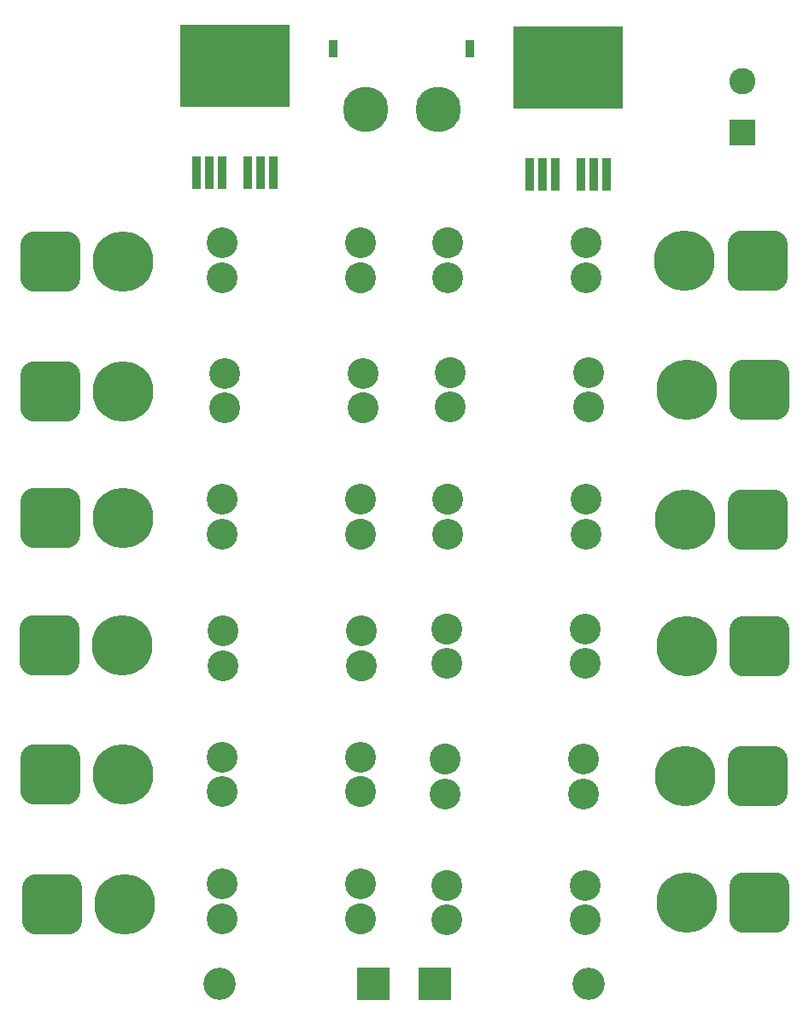
<source format=gbs>
G04 #@! TF.GenerationSoftware,KiCad,Pcbnew,6.0.4-6f826c9f35~116~ubuntu18.04.1*
G04 #@! TF.CreationDate,2022-05-26T09:15:53+08:00*
G04 #@! TF.ProjectId,Power_connector,506f7765-725f-4636-9f6e-6e6563746f72,rev?*
G04 #@! TF.SameCoordinates,Original*
G04 #@! TF.FileFunction,Soldermask,Bot*
G04 #@! TF.FilePolarity,Negative*
%FSLAX46Y46*%
G04 Gerber Fmt 4.6, Leading zero omitted, Abs format (unit mm)*
G04 Created by KiCad (PCBNEW 6.0.4-6f826c9f35~116~ubuntu18.04.1) date 2022-05-26 09:15:53*
%MOMM*%
%LPD*%
G01*
G04 APERTURE LIST*
G04 Aperture macros list*
%AMRoundRect*
0 Rectangle with rounded corners*
0 $1 Rounding radius*
0 $2 $3 $4 $5 $6 $7 $8 $9 X,Y pos of 4 corners*
0 Add a 4 corners polygon primitive as box body*
4,1,4,$2,$3,$4,$5,$6,$7,$8,$9,$2,$3,0*
0 Add four circle primitives for the rounded corners*
1,1,$1+$1,$2,$3*
1,1,$1+$1,$4,$5*
1,1,$1+$1,$6,$7*
1,1,$1+$1,$8,$9*
0 Add four rect primitives between the rounded corners*
20,1,$1+$1,$2,$3,$4,$5,0*
20,1,$1+$1,$4,$5,$6,$7,0*
20,1,$1+$1,$6,$7,$8,$9,0*
20,1,$1+$1,$8,$9,$2,$3,0*%
G04 Aperture macros list end*
%ADD10RoundRect,1.500000X1.500000X1.500000X-1.500000X1.500000X-1.500000X-1.500000X1.500000X-1.500000X0*%
%ADD11C,6.000000*%
%ADD12C,3.051988*%
%ADD13C,3.048000*%
%ADD14C,3.068258*%
%ADD15RoundRect,1.500000X-1.500000X-1.500000X1.500000X-1.500000X1.500000X1.500000X-1.500000X1.500000X0*%
%ADD16R,2.600000X2.600000*%
%ADD17C,2.600000*%
%ADD18R,3.200000X3.200000*%
%ADD19O,3.200000X3.200000*%
%ADD20R,0.900000X1.800000*%
%ADD21C,4.500000*%
%ADD22R,10.800080X8.150860*%
%ADD23R,0.899160X3.200400*%
G04 APERTURE END LIST*
D10*
X165303200Y-136269200D03*
D11*
X158103200Y-136269200D03*
D12*
X148082000Y-99744000D03*
D13*
X148082000Y-96344000D03*
D12*
X134366000Y-99744000D03*
D14*
X134366000Y-96344000D03*
D12*
X112268000Y-83820000D03*
D13*
X112268000Y-87220000D03*
D14*
X125984000Y-87220000D03*
D12*
X125984000Y-83820000D03*
D15*
X95028200Y-123569200D03*
D11*
X102228200Y-123569200D03*
D10*
X165303200Y-85469200D03*
D11*
X158103200Y-85469200D03*
D10*
X165303200Y-110869200D03*
D11*
X158103200Y-110869200D03*
D15*
X95028200Y-98169200D03*
D11*
X102228200Y-98169200D03*
D10*
X165144000Y-98298000D03*
D11*
X157944000Y-98298000D03*
D15*
X95028200Y-72769200D03*
D11*
X102228200Y-72769200D03*
D13*
X112090200Y-74344000D03*
D12*
X112090200Y-70944000D03*
X125806200Y-70944000D03*
D14*
X125806200Y-74344000D03*
D12*
X112141000Y-109376000D03*
D13*
X112141000Y-112776000D03*
D14*
X125857000Y-112776000D03*
D12*
X125857000Y-109376000D03*
D13*
X147828000Y-122076000D03*
D12*
X147828000Y-125476000D03*
X134112000Y-125476000D03*
D14*
X134112000Y-122076000D03*
D16*
X163576000Y-59944000D03*
D17*
X163576000Y-54864000D03*
D13*
X112090200Y-125269200D03*
D12*
X112090200Y-121869200D03*
X125806200Y-121869200D03*
D14*
X125806200Y-125269200D03*
D18*
X133096000Y-144272000D03*
D19*
X148336000Y-144272000D03*
D13*
X112014000Y-137844000D03*
D12*
X112014000Y-134444000D03*
X125730000Y-134444000D03*
D14*
X125730000Y-137844000D03*
D15*
X94996000Y-85598000D03*
D11*
X102196000Y-85598000D03*
D12*
X148082000Y-74344000D03*
D13*
X148082000Y-70944000D03*
D12*
X134366000Y-74344000D03*
D14*
X134366000Y-70944000D03*
D10*
X165144000Y-123698000D03*
D11*
X157944000Y-123698000D03*
D20*
X136598000Y-51675000D03*
X123098000Y-51675000D03*
D21*
X126248000Y-57675000D03*
X133448000Y-57675000D03*
D12*
X148031200Y-137969200D03*
D13*
X148031200Y-134569200D03*
D14*
X134315200Y-134569200D03*
D12*
X134315200Y-137969200D03*
X112090200Y-96344000D03*
D13*
X112090200Y-99744000D03*
D12*
X125806200Y-96344000D03*
D14*
X125806200Y-99744000D03*
D15*
X95206000Y-136398000D03*
D11*
X102406000Y-136398000D03*
D13*
X148403700Y-83769200D03*
D12*
X148403700Y-87169200D03*
D14*
X134687700Y-83769200D03*
D12*
X134687700Y-87169200D03*
D10*
X165100000Y-72644000D03*
D11*
X157900000Y-72644000D03*
D15*
X94952000Y-110744000D03*
D11*
X102152000Y-110744000D03*
D18*
X127000000Y-144272000D03*
D19*
X111760000Y-144272000D03*
D12*
X148031200Y-112569200D03*
D13*
X148031200Y-109169200D03*
D12*
X134315200Y-112569200D03*
D14*
X134315200Y-109169200D03*
D22*
X146304000Y-53535580D03*
D23*
X150114000Y-64137540D03*
X145034000Y-64137540D03*
X143764000Y-64137540D03*
X142494000Y-64137540D03*
X148844000Y-64137540D03*
X147574000Y-64137540D03*
D22*
X113284000Y-53347620D03*
D23*
X117094000Y-63949580D03*
X109474000Y-63949580D03*
X112014000Y-63949580D03*
X115824000Y-63949580D03*
X114554000Y-63949580D03*
X110744000Y-63949580D03*
M02*

</source>
